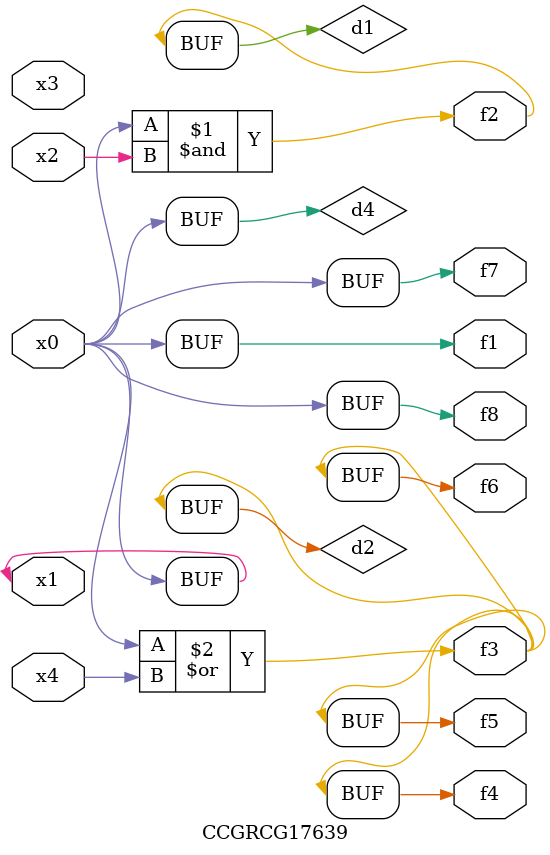
<source format=v>
module CCGRCG17639(
	input x0, x1, x2, x3, x4,
	output f1, f2, f3, f4, f5, f6, f7, f8
);

	wire d1, d2, d3, d4;

	and (d1, x0, x2);
	or (d2, x0, x4);
	nand (d3, x0, x2);
	buf (d4, x0, x1);
	assign f1 = d4;
	assign f2 = d1;
	assign f3 = d2;
	assign f4 = d2;
	assign f5 = d2;
	assign f6 = d2;
	assign f7 = d4;
	assign f8 = d4;
endmodule

</source>
